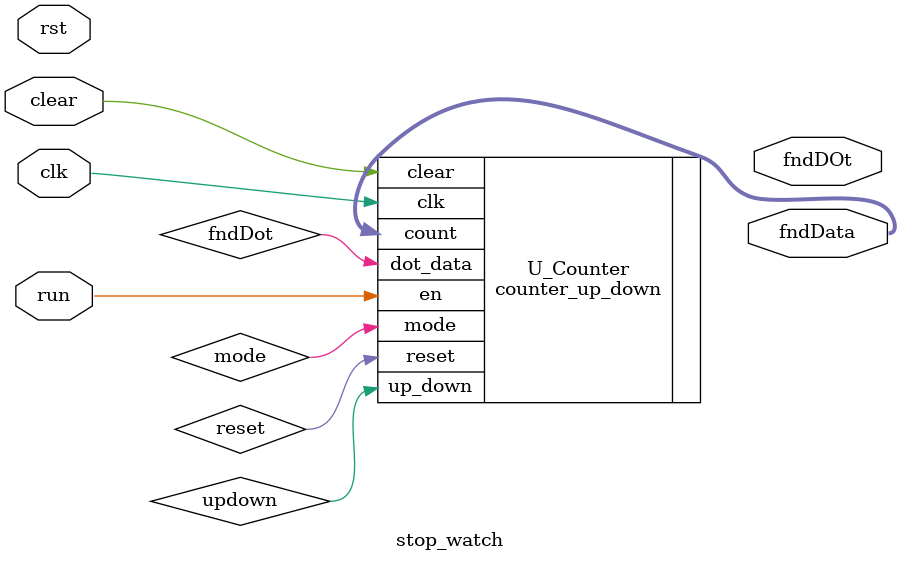
<source format=v>
`timescale 1ns / 1ps
module top_counter_up_down (
    input        clk,
    input        reset,
    input        updown,
    input        mode,
    input        clear,
    input        run,   
    output [13:0] fndData,
    output [3:0] fndDot
);
    counter_up_down U_Counter (
        .clk     (clk),
        .reset   (reset),
        .en      (run),
        .clear   (clear),
        .up_down (updown),
        .mode    (mode),
        .count   (fndData),
        .dot_data(fndDot)
    );
endmodule

module stop_watch(
    input clk,
    input rst,
    input run,
    input clear,
    output [13:0] fndData,
    output [3:0] fndDOt
);
    counter_up_down U_Counter (
        .clk     (clk),
        .reset   (reset),
        .en      (run),
        .clear   (clear),
        .up_down (updown),
        .mode    (mode),
        .count   (fndData),
        .dot_data(fndDot)
    );
endmodule




</source>
